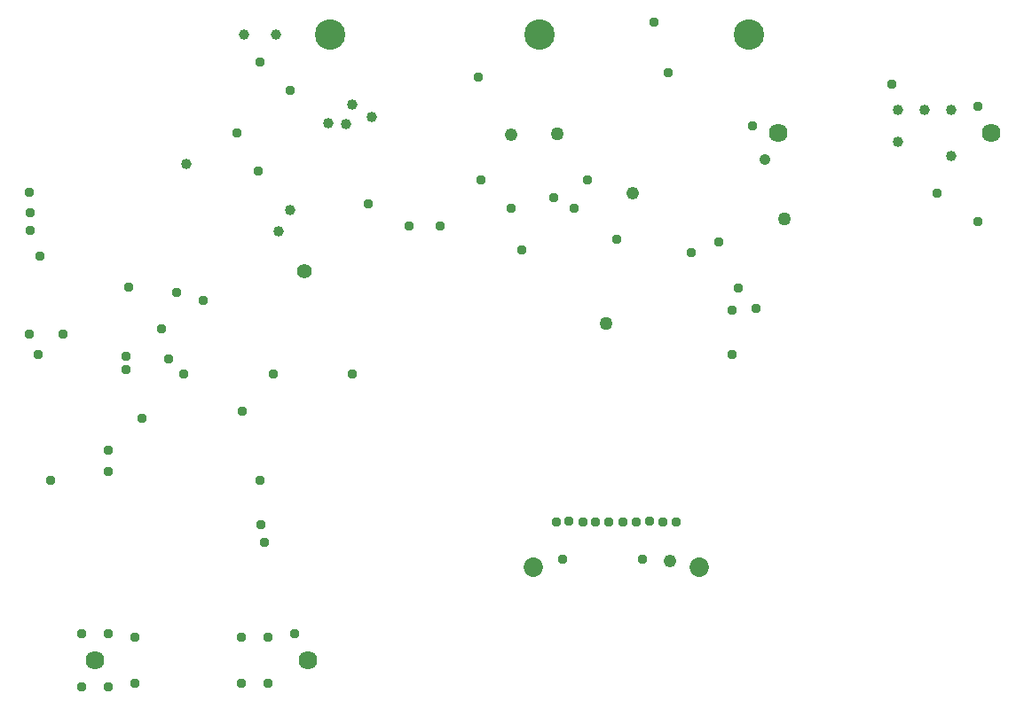
<source format=gbr>
G04 EAGLE Gerber RS-274X export*
G75*
%MOMM*%
%FSLAX34Y34*%
%LPD*%
%INSoldermask Bottom*%
%IPPOS*%
%AMOC8*
5,1,8,0,0,1.08239X$1,22.5*%
G01*
%ADD10C,2.903200*%
%ADD11C,1.783200*%
%ADD12C,1.403200*%
%ADD13C,1.003200*%
%ADD14C,1.853200*%
%ADD15C,0.959600*%
%ADD16C,1.009600*%
%ADD17C,1.209600*%
%ADD18C,1.059600*%
%ADD19C,1.259600*%


D10*
X656700Y1185764D03*
X856660Y1185764D03*
X1056700Y1186264D03*
D11*
X1084100Y1092000D03*
X1287300Y1092000D03*
X635900Y588000D03*
X432700Y588000D03*
D12*
X632512Y960260D03*
D13*
X604936Y1186176D03*
X574936Y1186176D03*
D14*
X850750Y677000D03*
X1009250Y677000D03*
D15*
X470800Y610000D03*
X949000Y720000D03*
X470800Y566000D03*
X936000Y720000D03*
X1001174Y977448D03*
X590426Y717426D03*
X1028098Y987608D03*
X594000Y701000D03*
D16*
X1198400Y1083716D03*
X672084Y1100328D03*
D15*
X390000Y760000D03*
X380000Y974116D03*
D16*
X1223800Y1114000D03*
X696468Y1107174D03*
D15*
X370000Y900000D03*
X371101Y998899D03*
X445400Y562600D03*
X962000Y721000D03*
X445400Y613400D03*
X974000Y720000D03*
X420000Y613400D03*
X987000Y720000D03*
X623200Y613400D03*
X873000Y720000D03*
X597800Y566000D03*
X885000Y721000D03*
X597800Y610000D03*
X898000Y720000D03*
X572400Y566000D03*
X910000Y720000D03*
X572400Y610000D03*
X923000Y720000D03*
D17*
X945804Y1034196D03*
X981000Y683000D03*
D15*
X1236000Y1034196D03*
X588000Y1056000D03*
X503000Y876000D03*
X496000Y905000D03*
X517000Y862000D03*
X536000Y932000D03*
X465000Y945000D03*
X462000Y879000D03*
X462000Y866000D03*
X378000Y880000D03*
X370000Y1035000D03*
X568382Y1091618D03*
X830000Y1020000D03*
X870000Y1030000D03*
X840000Y980000D03*
X930000Y990000D03*
X1046000Y944000D03*
X1040000Y923046D03*
X1063000Y924000D03*
X693000Y1024000D03*
X966000Y1198000D03*
X979811Y1149811D03*
X1060000Y1098658D03*
X678000Y862000D03*
X603000Y862000D03*
X445000Y789000D03*
X879000Y685000D03*
X732000Y1003000D03*
X762000Y1003000D03*
X477000Y819000D03*
X573000Y826000D03*
X420000Y562600D03*
X801000Y1047000D03*
X902000Y1047000D03*
D16*
X519684Y1062228D03*
D15*
X1192672Y1138428D03*
D16*
X1249200Y1070000D03*
X608076Y998220D03*
D18*
X1071400Y1066600D03*
D16*
X618744Y1018032D03*
X1198400Y1114000D03*
X1198400Y1114000D03*
X678000Y1119000D03*
D15*
X590000Y760000D03*
X370453Y1015547D03*
D19*
X874000Y1091380D03*
X920000Y910000D03*
D15*
X798000Y1145000D03*
D19*
X1090000Y1010000D03*
D15*
X445000Y769000D03*
X590000Y1160000D03*
X955000Y685000D03*
X890000Y1020000D03*
D17*
X830000Y1090000D03*
D15*
X402000Y899950D03*
X510000Y940000D03*
D16*
X1249200Y1114000D03*
X655320Y1101057D03*
D15*
X1274600Y1117400D03*
X618744Y1132332D03*
X1040000Y880000D03*
X1275000Y1007000D03*
M02*

</source>
